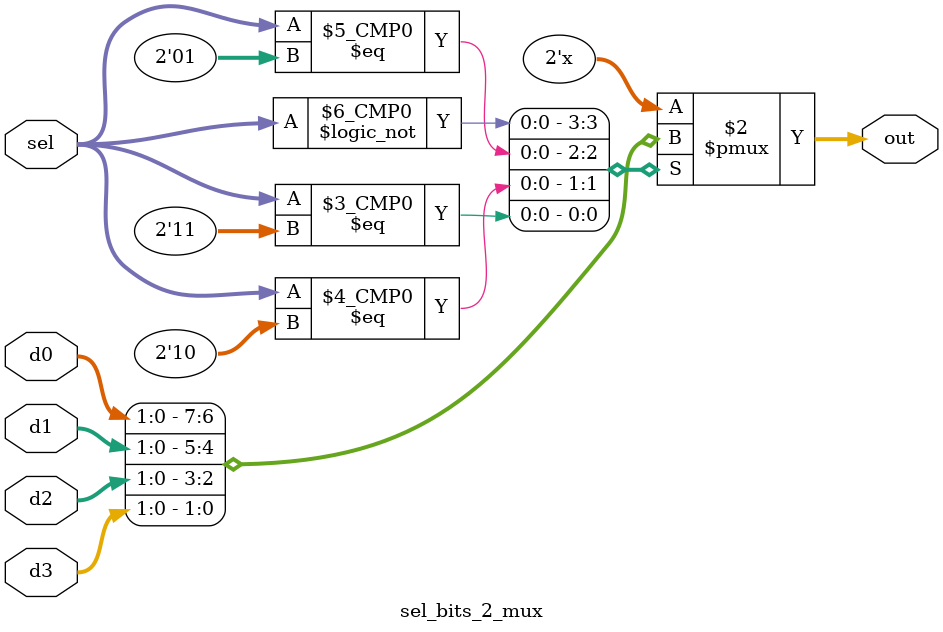
<source format=v>
`timescale 1ns / 1ps

module sel_bits_2_mux
#(	// DATA_BITS为输入的位宽 缺省值为2
	parameter DATA_BITS = 2
)
(
	input [DATA_BITS-1:0] d0, d1, d2, d3,
	input [SEL_BITS-1:0] sel,
	output reg [DATA_BITS-1:0] out
);

parameter SEL_BITS = 2;

always @ (*) begin
	case (sel)
	2'b00: out = d0;
	2'b01: out = d1;
	2'b10: out = d2;
	2'b11: out = d3;
	endcase
end

endmodule
</source>
